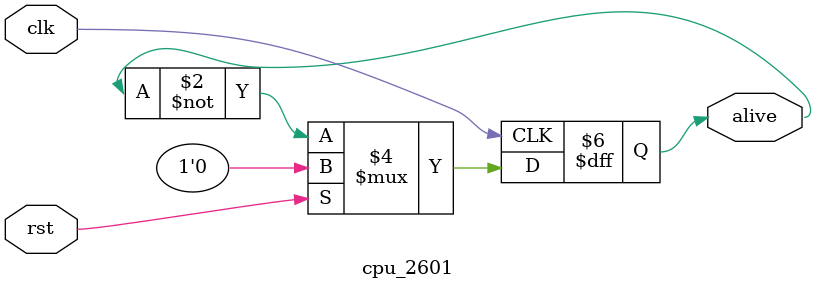
<source format=sv>
module cpu_2601 (
    input  logic clk,
    input  logic rst,
    output logic alive
);

    always_ff @(posedge clk) begin
        if (rst)
            alive <= 1'b0;
        else
            alive <= ~alive;
    end

endmodule

</source>
